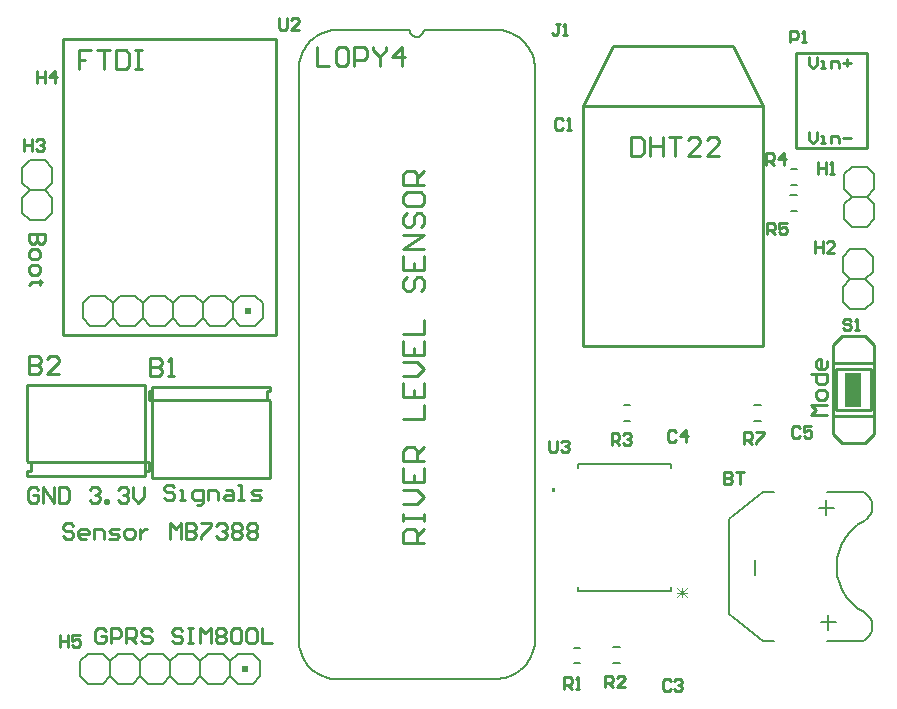
<source format=gto>
%FSTAX25Y25*%
%MOIN*%
%SFA1B1*%

%IPPOS*%
%ADD10C,0.007870*%
%ADD11C,0.005000*%
%ADD12C,0.010000*%
%ADD13C,0.006000*%
%ADD14C,0.005910*%
%ADD15C,0.003000*%
%ADD16R,0.020000X0.020000*%
%ADD17R,0.055120X0.116140*%
%LNriver_level_sensor_datalogger-1*%
%LPD*%
G36*
X018055Y006985D02*
X017955D01*
Y007135*
X018055*
Y006985*
G37*
G54D10*
X009533Y0020506D02*
X0095375Y0019499D01*
X0095497Y0018497*
X0095697Y0017508*
X0095971Y0016538*
X009632Y0015592*
X0096741Y0014675*
X0097232Y0013793*
X0097789Y0012952*
X0098409Y0012157*
X0099088Y0011411*
X0099823Y0010721*
X0100609Y0010088*
X0101442Y0009519*
X0102316Y0009015*
X0103226Y000858*
X0104167Y0008217*
X0105133Y0007927*
X0106119Y0007713*
X0107118Y0007576*
X0108125Y0007515*
X0161077Y0007749D02*
X0162053Y0007791D01*
X0163024Y0007906*
X0163984Y0008094*
X0164926Y0008352*
X0165847Y0008681*
X0166741Y0009077*
X0167603Y0009539*
X0168427Y0010064*
X016921Y0010649*
X0169948Y0011292*
X0170635Y0011987*
X0171268Y0012732*
X0171844Y0013522*
X0172359Y0014353*
X017281Y001522*
X0173196Y0016118*
X0173513Y0017043*
X017376Y0017989*
X0173936Y0018951*
X0174039Y0019923*
X017407Y00209*
X0132297Y0224061D02*
X0132544Y0223029D01*
X0133211Y0222204*
X0134169Y0221747*
X0135231*
X0136189Y0222204*
X0136856Y0223029*
X0137103Y0224061*
X0108322Y022405D02*
X0107302Y0224002D01*
X0106289Y0223874*
X0105288Y0223669*
X0104307Y0223385*
X0103351Y0223026*
X0102426Y0222593*
X0101538Y0222089*
X0100691Y0221518*
X0099892Y0220882*
X0099145Y0220186*
X0098454Y0219433*
X0097825Y0218629*
X009726Y0217778*
X0096763Y0216886*
X0096338Y0215958*
X0095986Y0214999*
X009571Y0214016*
X0095512Y0213014*
X0095392Y0212*
X0095352Y0210979*
X0174016Y0211325D02*
X0173952Y0212325D01*
X017381Y0213318*
X0173593Y0214297*
X0173302Y0215256*
X0172937Y021619*
X0172503Y0217094*
X0172Y0217962*
X0171432Y0218788*
X0170803Y0219568*
X0170115Y0220299*
X0169374Y0220974*
X0168583Y022159*
X0167747Y0222144*
X0166872Y0222632*
X0165961Y0223052*
X0165021Y02234*
X0164057Y0223676*
X0163074Y0223877*
X016208Y0224001*
X0161078Y022405*
X009533Y0019719D02*
Y0211451D01*
X0107928Y0007672D02*
X0161472D01*
X017407Y0019193D02*
Y0211451D01*
X0107928Y0224089D02*
X0132338D01*
X0137062D02*
X0161488D01*
G54D11*
X0283216Y0060097D02*
X0284085Y0060544D01*
X0284858Y0061142*
X028551Y006187*
X0286019Y0062704*
X0286369Y0063617*
X0286546Y0064579*
Y0065556*
X0286369Y0066517*
X0286019Y006743*
X028551Y0068265*
X0284858Y0068993*
X0284085Y0069591*
X0283216Y0070038*
Y0060097D02*
X0282361Y0059569D01*
X0281537Y0058993*
X0280749Y005837*
X0279998Y0057702*
X0279288Y0056991*
X027862Y005624*
X0277997Y0055452*
X027742Y0054629*
X0276893Y0053774*
X0276416Y0052889*
X0275991Y0051978*
X027562Y0051045*
X0275304Y0050091*
X0275044Y004912*
X0274841Y0048136*
X0274695Y0047142*
X0274607Y0046141*
X0274578Y0045136*
X0274607Y0044132*
X0274695Y0043131*
X0274841Y0042136*
X0275044Y0041152*
X0275304Y0040182*
X027562Y0039228*
X0275991Y0038294*
X0276416Y0037383*
X0276893Y0036499*
X027742Y0035644*
X0277996Y003482*
X027862Y0034032*
X0279288Y0033281*
X0279998Y0032571*
X0280749Y0031903*
X0281537Y003128*
X028236Y0030703*
X0283216Y0030176*
Y0020235D02*
X0284085Y0020682D01*
X0284858Y002128*
X028551Y0022008*
X0286019Y0022842*
X0286369Y0023755*
X0286546Y0024716*
Y0025694*
X0286369Y0026655*
X0286019Y0027568*
X028551Y0028403*
X0284858Y0029131*
X0284085Y0029728*
X0283216Y0030176*
X0271543Y0070038D02*
X0283216D01*
X0271543Y0020235D02*
X0283216D01*
X0250165D02*
X0253787D01*
X0238767Y0029388D02*
X0250165Y0020235D01*
X0238767Y0029388D02*
Y0060884D01*
X0250165Y0070038*
X0253787*
X026859Y0064821D02*
X027359D01*
X027109Y0062321D02*
Y0067321D01*
X0269377Y0026514D02*
X0274377D01*
X0271877Y0024014D02*
Y0029014D01*
X0247409Y0042439D02*
Y0047439D01*
G54D12*
X0085795Y0103601D02*
Y0105077D01*
X0084613Y0103601D02*
X0085795D01*
X0085705Y0100352D02*
X0085795Y0074805D01*
X0045243Y010055D02*
X0046306D01*
X0045243D02*
Y0103435D01*
X0045342Y0103502D02*
X0046129D01*
X0046424Y0105077D02*
X0085795D01*
X0046424Y0074805D02*
X0085795D01*
X0046424D02*
Y0105077D01*
Y010055D02*
X0084613D01*
Y0103601*
X0046424Y010055D02*
X0084613D01*
X0085508*
X0085705Y0100352*
X0004791Y0075451D02*
Y0076928D01*
X0005972*
X0004791Y0105723D02*
X000488Y0080176D01*
X0044279Y0079979D02*
X0045342D01*
Y0077093D02*
Y0079979D01*
X0044456Y0077026D02*
X0045243D01*
X0004791Y0075451D02*
X0044161D01*
X0004791Y0105723D02*
X0044161D01*
Y0075451D02*
Y0105723D01*
X0005972Y0079979D02*
X0044161D01*
X0005972Y0076928D02*
Y0079979D01*
X0044161*
X0005077D02*
X0005972D01*
X000488Y0080176D02*
X0005077Y0079979D01*
X0016798Y0220924D02*
X0087665D01*
Y0122498D02*
Y0220924D01*
X0016798Y0122498D02*
X0087665D01*
X0016798D02*
Y0220924D01*
X024Y02188D02*
X025Y01988D01*
X02Y02188D02*
X024D01*
X019Y01988D02*
X02Y02188D01*
X019Y01988D02*
X025D01*
Y01188D02*
Y01988D01*
X019Y01188D02*
Y01988D01*
Y01188D02*
X022D01*
X025*
X028481Y0184801D02*
Y0216298D01*
X0261188D02*
X028481D01*
X0261188Y0184801D02*
X028481D01*
X0261188D02*
Y0216298D01*
X0276263Y0121853D02*
X0284137D01*
X027331Y0095278D02*
Y0115947D01*
X0276263Y008642D02*
X0284137D01*
X028709Y0089372D02*
Y01189D01*
X027331Y0112995D02*
X028709D01*
X027331Y0095278D02*
X028709D01*
X0274491Y0111026D02*
X0285909D01*
X0274491Y0097246D02*
X0285909D01*
X0274491D02*
Y0111026D01*
X0285909Y0097246D02*
Y0111026D01*
X027331Y0089372D02*
X0276263Y008642D01*
X0284137D02*
X028709Y0089372D01*
X0284137Y0121853D02*
X028709Y01189D01*
X027331D02*
X0276263Y0121853D01*
X027331Y0112995D02*
Y01189D01*
Y0089372D02*
Y0095278D01*
X0053871Y0071546D02*
X0053018Y0072398D01*
X0051313*
X005046Y0071546*
Y0070693*
X0051313Y006984*
X0053018*
X0053871Y0068987*
Y0068135*
X0053018Y0067282*
X0051313*
X005046Y0068135*
X0055576Y0067282D02*
X0057282D01*
X0056429*
Y0070693*
X0055576*
X0061545Y0065576D02*
X0062398D01*
X0063251Y0066429*
Y0070693*
X0060693*
X005984Y006984*
Y0068135*
X0060693Y0067282*
X0063251*
X0064956D02*
Y0070693D01*
X0067515*
X0068367Y006984*
Y0067282*
X0070926Y0070693D02*
X0072631D01*
X0073484Y006984*
Y0067282*
X0070926*
X0070073Y0068135*
X0070926Y0068987*
X0073484*
X0075189Y0067282D02*
X0076895D01*
X0076042*
Y0072398*
X0075189*
X0079453Y0067282D02*
X0082011D01*
X0082864Y0068135*
X0082011Y0068987*
X0080306*
X0079453Y006984*
X0080306Y0070693*
X0082864*
X0008497Y0070758D02*
X0007644Y0071611D01*
X0005939*
X0005086Y0070758*
Y0067347*
X0005939Y0066495*
X0007644*
X0008497Y0067347*
Y0069053*
X0006791*
X0010202Y0066495D02*
Y0071611D01*
X0013613Y0066495*
Y0071611*
X0015319D02*
Y0066495D01*
X0017877*
X001873Y0067347*
Y0070758*
X0017877Y0071611*
X0015319*
X0025657Y0070758D02*
X0026509Y0071611D01*
X0028215*
X0029068Y0070758*
Y0069906*
X0028215Y0069053*
X0027362*
X0028215*
X0029068Y00682*
Y0067347*
X0028215Y0066495*
X0026509*
X0025657Y0067347*
X0030773Y0066495D02*
Y0067347D01*
X0031626*
Y0066495*
X0030773*
X0035037Y0070758D02*
X003589Y0071611D01*
X0037595*
X0038448Y0070758*
Y0069906*
X0037595Y0069053*
X0036742*
X0037595*
X0038448Y00682*
Y0067347*
X0037595Y0066495*
X003589*
X0035037Y0067347*
X0040153Y0071611D02*
Y00682D01*
X0041859Y0066495*
X0043564Y00682*
Y0071611*
X0137172Y0053109D02*
X0130088D01*
Y0056651*
X0131269Y0057832*
X013363*
X0134811Y0056651*
Y0053109*
Y005547D02*
X0137172Y0057832D01*
X0130088Y0060193D02*
Y0062554D01*
Y0061374*
X0137172*
Y0060193*
Y0062554*
X0130088Y0066097D02*
X0134811D01*
X0137172Y0068458*
X0134811Y0070819*
X0130088*
Y0077904D02*
Y0073181D01*
X0137172*
Y0077904*
X013363Y0073181D02*
Y0075542D01*
X0137172Y0080265D02*
X0130088D01*
Y0083807*
X0131269Y0084988*
X013363*
X0134811Y0083807*
Y0080265*
Y0082627D02*
X0137172Y0084988D01*
X0130088Y0094434D02*
X0137172D01*
Y0099157*
X0130088Y0106241D02*
Y0101518D01*
X0137172*
Y0106241*
X013363Y0101518D02*
Y010388D01*
X0130088Y0108602D02*
X0134811D01*
X0137172Y0110964*
X0134811Y0113325*
X0130088*
Y012041D02*
Y0115687D01*
X0137172*
Y012041*
X013363Y0115687D02*
Y0118048D01*
X0130088Y0122771D02*
X0137172D01*
Y0127494*
X0131269Y0141663D02*
X0130088Y0140482D01*
Y013812*
X0131269Y013694*
X013245*
X013363Y013812*
Y0140482*
X0134811Y0141663*
X0135992*
X0137172Y0140482*
Y013812*
X0135992Y013694*
X0130088Y0148747D02*
Y0144024D01*
X0137172*
Y0148747*
X013363Y0144024D02*
Y0146386D01*
X0137172Y0151108D02*
X0130088D01*
X0137172Y0155831*
X0130088*
X0131269Y0162916D02*
X0130088Y0161735D01*
Y0159373*
X0131269Y0158193*
X013245*
X013363Y0159373*
Y0161735*
X0134811Y0162916*
X0135992*
X0137172Y0161735*
Y0159373*
X0135992Y0158193*
X0130088Y0168819D02*
Y0166458D01*
X0131269Y0165277*
X0135992*
X0137172Y0166458*
Y0168819*
X0135992Y017*
X0131269*
X0130088Y0168819*
X0137172Y0172361D02*
X0130088D01*
Y0175903*
X0131269Y0177084*
X013363*
X0134811Y0175903*
Y0172361*
Y0174723D02*
X0137172Y0177084D01*
X0020111Y0058652D02*
X0019258Y0059505D01*
X0017553*
X00167Y0058652*
Y0057799*
X0017553Y0056946*
X0019258*
X0020111Y0056094*
Y0055241*
X0019258Y0054388*
X0017553*
X00167Y0055241*
X0024375Y0054388D02*
X0022669D01*
X0021816Y0055241*
Y0056946*
X0022669Y0057799*
X0024375*
X0025227Y0056946*
Y0056094*
X0021816*
X0026933Y0054388D02*
Y0057799D01*
X0029491*
X0030344Y0056946*
Y0054388*
X0032049D02*
X0034608D01*
X003546Y0055241*
X0034608Y0056094*
X0032902*
X0032049Y0056946*
X0032902Y0057799*
X003546*
X0038019Y0054388D02*
X0039724D01*
X0040577Y0055241*
Y0056946*
X0039724Y0057799*
X0038019*
X0037166Y0056946*
Y0055241*
X0038019Y0054388*
X0042282Y0057799D02*
Y0054388D01*
Y0056094*
X0043135Y0056946*
X0043988Y0057799*
X004484*
X0052515Y0054388D02*
Y0059505D01*
X0054221Y0057799*
X0055926Y0059505*
Y0054388*
X0057632Y0059505D02*
Y0054388D01*
X006019*
X0061043Y0055241*
Y0056094*
X006019Y0056946*
X0057632*
X006019*
X0061043Y0057799*
Y0058652*
X006019Y0059505*
X0057632*
X0062748D02*
X0066159D01*
Y0058652*
X0062748Y0055241*
Y0054388*
X0067865Y0058652D02*
X0068717Y0059505D01*
X0070423*
X0071276Y0058652*
Y0057799*
X0070423Y0056946*
X006957*
X0070423*
X0071276Y0056094*
Y0055241*
X0070423Y0054388*
X0068717*
X0067865Y0055241*
X0072981Y0058652D02*
X0073834Y0059505D01*
X0075539*
X0076392Y0058652*
Y0057799*
X0075539Y0056946*
X0076392Y0056094*
Y0055241*
X0075539Y0054388*
X0073834*
X0072981Y0055241*
Y0056094*
X0073834Y0056946*
X0072981Y0057799*
Y0058652*
X0073834Y0056946D02*
X0075539D01*
X0078097Y0058652D02*
X007895Y0059505D01*
X0080656*
X0081508Y0058652*
Y0057799*
X0080656Y0056946*
X0081508Y0056094*
Y0055241*
X0080656Y0054388*
X007895*
X0078097Y0055241*
Y0056094*
X007895Y0056946*
X0078097Y0057799*
Y0058652*
X007895Y0056946D02*
X0080656D01*
X0030938Y0023809D02*
X0030085Y0024662D01*
X0028379*
X0027527Y0023809*
Y0020398*
X0028379Y0019546*
X0030085*
X0030938Y0020398*
Y0022104*
X0029232*
X0032643Y0019546D02*
Y0024662D01*
X0035201*
X0036054Y0023809*
Y0022104*
X0035201Y0021251*
X0032643*
X003776Y0019546D02*
Y0024662D01*
X0040318*
X0041171Y0023809*
Y0022104*
X0040318Y0021251*
X003776*
X0039465D02*
X0041171Y0019546D01*
X0046287Y0023809D02*
X0045434Y0024662D01*
X0043729*
X0042876Y0023809*
Y0022957*
X0043729Y0022104*
X0045434*
X0046287Y0021251*
Y0020398*
X0045434Y0019546*
X0043729*
X0042876Y0020398*
X005652Y0023809D02*
X0055667Y0024662D01*
X0053962*
X0053109Y0023809*
Y0022957*
X0053962Y0022104*
X0055667*
X005652Y0021251*
Y0020398*
X0055667Y0019546*
X0053962*
X0053109Y0020398*
X0058226Y0024662D02*
X0059931D01*
X0059078*
Y0019546*
X0058226*
X0059931*
X0062489D02*
Y0024662D01*
X0064195Y0022957*
X00659Y0024662*
Y0019546*
X0067606Y0023809D02*
X0068458Y0024662D01*
X0070164*
X0071017Y0023809*
Y0022957*
X0070164Y0022104*
X0071017Y0021251*
Y0020398*
X0070164Y0019546*
X0068458*
X0067606Y0020398*
Y0021251*
X0068458Y0022104*
X0067606Y0022957*
Y0023809*
X0068458Y0022104D02*
X0070164D01*
X0072722Y0023809D02*
X0073575Y0024662D01*
X007528*
X0076133Y0023809*
Y0020398*
X007528Y0019546*
X0073575*
X0072722Y0020398*
Y0023809*
X0077839D02*
X0078691Y0024662D01*
X0080397*
X008125Y0023809*
Y0020398*
X0080397Y0019546*
X0078691*
X0077839Y0020398*
Y0023809*
X0082955Y0024662D02*
Y0019546D01*
X0086366*
X0206065Y0188343D02*
Y0182046D01*
X0209213*
X0210263Y0183095*
Y0187293*
X0209213Y0188343*
X0206065*
X0212362D02*
Y0182046D01*
Y0185194*
X021656*
Y0188343*
Y0182046*
X0218659Y0188343D02*
X0222857D01*
X0220758*
Y0182046*
X0229154D02*
X0224956D01*
X0229154Y0186244*
Y0187293*
X0228105Y0188343*
X0226006*
X0224956Y0187293*
X0235451Y0182046D02*
X0231253D01*
X0235451Y0186244*
Y0187293*
X0234402Y0188343*
X0232303*
X0231253Y0187293*
X0101282Y0218288D02*
Y0211991D01*
X010548*
X0110728Y0218288D02*
X0108629D01*
X0107579Y0217239*
Y0213041*
X0108629Y0211991*
X0110728*
X0111777Y0213041*
Y0217239*
X0110728Y0218288*
X0113876Y0211991D02*
Y0218288D01*
X0117025*
X0118074Y0217239*
Y021514*
X0117025Y021409*
X0113876*
X0120173Y0218288D02*
Y0217239D01*
X0122273Y021514*
X0124372Y0217239*
Y0218288*
X0122273Y021514D02*
Y0211991D01*
X0129619D02*
Y0218288D01*
X0126471Y021514*
X0130669*
X0026108Y0217206D02*
X002191D01*
Y0214057*
X0024009*
X002191*
Y0210909*
X0028207Y0217206D02*
X0032405D01*
X0030306*
Y0210909*
X0034504Y0217206D02*
Y0210909D01*
X0037652*
X0038702Y0211958*
Y0216156*
X0037652Y0217206*
X0034504*
X0040801D02*
X00429D01*
X0041851*
Y0210909*
X0040801*
X00429*
X0271228Y0095628D02*
X0266111D01*
X0267817Y0097334*
X0266111Y0099039*
X0271228*
Y0101598D02*
Y0103303D01*
X0270375Y0104156*
X0268669*
X0267817Y0103303*
Y0101598*
X0268669Y0100745*
X0270375*
X0271228Y0101598*
X0266111Y0109272D02*
X0271228D01*
Y0106714*
X0270375Y0105861*
X0268669*
X0267817Y0106714*
Y0109272*
X0271228Y0113536D02*
Y011183D01*
X0270375Y0110978*
X0268669*
X0267817Y011183*
Y0113536*
X0268669Y0114389*
X0269522*
Y0110978*
X0265519Y0190115D02*
Y0187491D01*
X0266831Y0186179*
X0268143Y0187491*
Y0190115*
X0269455Y0186179D02*
X0270767D01*
X0270111*
Y0188803*
X0269455*
X0272734Y0186179D02*
Y0188803D01*
X0274702*
X0275358Y0188147*
Y0186179*
X027667Y0188147D02*
X0279294D01*
X0265519Y0215115D02*
Y0212491D01*
X0266831Y0211179*
X0268143Y0212491*
Y0215115*
X0269455Y0211179D02*
X0270767D01*
X0270111*
Y0213803*
X0269455*
X0272734Y0211179D02*
Y0213803D01*
X0274702*
X0275358Y0213147*
Y0211179*
X027667Y0213147D02*
X0279294D01*
X0277982Y0214459D02*
Y0211836D01*
X0010596Y0156061D02*
X000548D01*
Y0153503*
X0006332Y015265*
X0007185*
X0008038Y0153503*
Y0156061*
Y0153503*
X000889Y015265*
X0009743*
X0010596Y0153503*
Y0156061*
X000548Y0150092D02*
Y0148387D01*
X0006332Y0147534*
X0008038*
X000889Y0148387*
Y0150092*
X0008038Y0150945*
X0006332*
X000548Y0150092*
Y0144976D02*
Y014327D01*
X0006332Y0142418*
X0008038*
X000889Y014327*
Y0144976*
X0008038Y0145828*
X0006332*
X000548Y0144976*
X0009743Y0139859D02*
X000889D01*
Y0140712*
Y0139006*
Y0139859*
X0006332*
X000548Y0139006*
X0005275Y0115245D02*
Y0109247D01*
X0008274*
X0009273Y0110247*
Y0111247*
X0008274Y0112246*
X0005275*
X0008274*
X0009273Y0113246*
Y0114246*
X0008274Y0115245*
X0005275*
X0015272Y0109247D02*
X0011273D01*
X0015272Y0113246*
Y0114246*
X0014272Y0115245*
X0012273*
X0011273Y0114246*
X0045748Y0114527D02*
Y0108529D01*
X0048747*
X0049747Y0109529*
Y0110529*
X0048747Y0111528*
X0045748*
X0048747*
X0049747Y0112528*
Y0113528*
X0048747Y0114527*
X0045748*
X0051746Y0108529D02*
X0053745D01*
X0052746*
Y0114527*
X0051746Y0113528*
X0015814Y0022202D02*
Y0018266D01*
Y0020234*
X0018438*
Y0022202*
Y0018266*
X0022374Y0022202D02*
X001975D01*
Y0020234*
X0021062Y002089*
X0021718*
X0022374Y0020234*
Y0018922*
X0021718Y0018266*
X0020406*
X001975Y0018922*
X00038Y0187736D02*
Y01838D01*
Y0185768*
X0006424*
Y0187736*
Y01838*
X0007736Y018708D02*
X0008392Y0187736D01*
X0009704*
X001036Y018708*
Y0186424*
X0009704Y0185768*
X0009048*
X0009704*
X001036Y0185112*
Y0184456*
X0009704Y01838*
X0008392*
X0007736Y0184456*
X0279462Y0127156D02*
X0278806Y0127812D01*
X0277494*
X0276838Y0127156*
Y01265*
X0277494Y0125844*
X0278806*
X0279462Y0125188*
Y0124532*
X0278806Y0123876*
X0277494*
X0276838Y0124532*
X0280773Y0123876D02*
X0282085D01*
X028143*
Y0127812*
X0280773Y0127156*
X0243767Y0085983D02*
Y0089918D01*
X0245735*
X0246391Y0089262*
Y008795*
X0245735Y0087295*
X0243767*
X0245079D02*
X0246391Y0085983D01*
X0247703Y0089918D02*
X0250326D01*
Y0089262*
X0247703Y0086639*
Y0085983*
X0237172Y0076533D02*
Y0072597D01*
X023914*
X0239796Y0073253*
Y0073909*
X023914Y0074565*
X0237172*
X023914*
X0239796Y0075221*
Y0075877*
X023914Y0076533*
X0237172*
X0241108D02*
X0243732D01*
X024242*
Y0072597*
X0178806Y0087163D02*
Y0083883D01*
X0179462Y0083227*
X0180774*
X018143Y0083883*
Y0087163*
X0182742Y0086507D02*
X0183398Y0087163D01*
X018471*
X0185366Y0086507*
Y0085851*
X018471Y0085195*
X0184054*
X018471*
X0185366Y0084539*
Y0083883*
X018471Y0083227*
X0183398*
X0182742Y0083883*
X0221095Y0089951D02*
X022044Y0090607D01*
X0219128*
X0218472Y0089951*
Y0087328*
X0219128Y0086672*
X022044*
X0221095Y0087328*
X0224375Y0086672D02*
Y0090607D01*
X0222407Y0088639*
X0225031*
X0219225Y0007077D02*
X0218569Y0007733D01*
X0217257*
X0216602Y0007077*
Y0004454*
X0217257Y0003798*
X0218569*
X0219225Y0004454*
X0220537Y0007077D02*
X0221193Y0007733D01*
X0222505*
X0223161Y0007077*
Y0006421*
X0222505Y0005765*
X0221849*
X0222505*
X0223161Y000511*
Y0004454*
X0222505Y0003798*
X0221193*
X0220537Y0004454*
X0183497Y0194085D02*
X0182841Y0194741D01*
X0181529*
X0180873Y0194085*
Y0191462*
X0181529Y0190805*
X0182841*
X0183497Y0191462*
X0184809Y0190805D02*
X0186121D01*
X0185465*
Y0194741*
X0184809Y0194085*
X0251542Y0155865D02*
Y01598D01*
X025351*
X0254166Y0159144*
Y0157832*
X025351Y0157176*
X0251542*
X0252854D02*
X0254166Y0155865D01*
X0258102Y01598D02*
X0255478D01*
Y0157832*
X025679Y0158488*
X0257446*
X0258102Y0157832*
Y015652*
X0257446Y0155865*
X0256134*
X0255478Y015652*
X0251149Y0179093D02*
Y0183029D01*
X0253117*
X0253773Y0182373*
Y0181061*
X0253117Y0180405*
X0251149*
X0252461D02*
X0253773Y0179093D01*
X0257052D02*
Y0183029D01*
X0255085Y0181061*
X0257708*
X0199574Y0085786D02*
Y0089722D01*
X0201542*
X0202198Y0089066*
Y0087754*
X0201542Y0087098*
X0199574*
X0200886D02*
X0202198Y0085786D01*
X020351Y0089066D02*
X0204166Y0089722D01*
X0205478*
X0206134Y0089066*
Y008841*
X0205478Y0087754*
X0204822*
X0205478*
X0206134Y0087098*
Y0086442*
X0205478Y0085786*
X0204166*
X020351Y0086442*
X0197409Y000488D02*
Y0008816D01*
X0199376*
X0200032Y000816*
Y0006848*
X0199376Y0006192*
X0197409*
X0198721D02*
X0200032Y000488D01*
X0203968D02*
X0201344D01*
X0203968Y0007504*
Y000816*
X0203312Y0008816*
X0202*
X0201344Y000816*
X0183629Y0004487D02*
Y0008422D01*
X0185597*
X0186253Y0007766*
Y0006454*
X0185597Y0005799*
X0183629*
X0184941D02*
X0186253Y0004487D01*
X0187565D02*
X0188877D01*
X0188221*
Y0008422*
X0187565Y0007766*
X0259023Y0219841D02*
Y0223777D01*
X0260991*
X0261647Y0223121*
Y0221809*
X0260991Y0221153*
X0259023*
X0262959Y0219841D02*
X026427D01*
X0263615*
Y0223777*
X0262959Y0223121*
X0088846Y022791D02*
Y0224631D01*
X0089502Y0223975*
X0090813*
X009147Y0224631*
Y022791*
X0095405Y0223975D02*
X0092781D01*
X0095405Y0226599*
Y0227255*
X0094749Y022791*
X0093437*
X0092781Y0227255*
X0182218Y0226139D02*
X0180906D01*
X0181562*
Y0222859*
X0180906Y0222203*
X018025*
X0179594Y0222859*
X0183529Y0222203D02*
X0184841D01*
X0184185*
Y0226139*
X0183529Y0225483*
X0262277Y0091333D02*
X0261621Y0091989D01*
X0260309*
X0259653Y0091333*
Y0088709*
X0260309Y0088054*
X0261621*
X0262277Y0088709*
X0266212Y0091989D02*
X0263589D01*
Y0090021*
X02649Y0090677*
X0265556*
X0266212Y0090021*
Y0088709*
X0265556Y0088054*
X0264245*
X0263589Y0088709*
X0268472Y0179879D02*
Y0175943D01*
Y0177911*
X0271095*
Y0179879*
Y0175943*
X0272407D02*
X0273719D01*
X0273063*
Y0179879*
X0272407Y0179223*
X026729Y01536D02*
Y0149664D01*
Y0151632*
X0269914*
Y01536*
Y0149664*
X027385D02*
X0271226D01*
X027385Y0152288*
Y0152944*
X0273194Y01536*
X0271882*
X0271226Y0152944*
X0008137Y0210292D02*
Y0206357D01*
Y0208325*
X0010761*
Y0210292*
Y0206357*
X0014041D02*
Y0210292D01*
X0012073Y0208325*
X0014697*
G54D13*
X0055795Y0135372D02*
X0060795D01*
X0063295Y0132872*
Y0127872D02*
Y0132872D01*
X0060795Y0125372D02*
X0063295Y0127872D01*
X0043295Y0132872D02*
X0045794Y0135372D01*
X0050795*
X0053294Y0132872*
Y0127872D02*
Y0132872D01*
X0050795Y0125372D02*
X0053294Y0127872D01*
X0045794Y0125372D02*
X0050795D01*
X0043295Y0127872D02*
X0045794Y0125372D01*
X0053294Y0132872D02*
X0055795Y0135372D01*
X0053294Y0127872D02*
X0055795Y0125372D01*
X0060795*
X0025795Y0135372D02*
X0030795D01*
X0033294Y0132872*
Y0127872D02*
Y0132872D01*
X0030795Y0125372D02*
X0033294Y0127872D01*
Y0132872D02*
X0035794Y0135372D01*
X0040795*
X0043295Y0132872*
Y0127872D02*
Y0132872D01*
X0040795Y0125372D02*
X0043295Y0127872D01*
X0035794Y0125372D02*
X0040795D01*
X0033294Y0127872D02*
X0035794Y0125372D01*
X0023294Y0127872D02*
Y0132872D01*
X0025795Y0135372*
X0023294Y0127872D02*
X0025795Y0125372D01*
X0030795*
X0053294Y0127872D02*
X0055795Y0125372D01*
X0060795*
X0063295Y0127872*
Y0132872*
X0060795Y0135372D02*
X0063295Y0132872D01*
X0055795Y0135372D02*
X0060795D01*
X0053294Y0132872D02*
X0055795Y0135372D01*
X0053294Y0127872D02*
Y0132872D01*
X0075795Y0125372D02*
X0080795D01*
X0073295Y0127872D02*
X0075795Y0125372D01*
X0073295Y0132872D02*
X0075795Y0135372D01*
X0063295Y0127872D02*
X0065794Y0125372D01*
X0070794*
X0073295Y0127872*
Y0132872*
X0070794Y0135372D02*
X0073295Y0132872D01*
X0065794Y0135372D02*
X0070794D01*
X0063295Y0132872D02*
X0065794Y0135372D01*
X0080795Y0125372D02*
X0083294Y0127872D01*
Y0132872*
X0080795Y0135372D02*
X0083294Y0132872D01*
X0075795Y0135372D02*
X0080795D01*
X02767Y01334D02*
Y01384D01*
X02792Y01409*
X02842*
X02867Y01384*
X02767Y01434D02*
X02792Y01409D01*
X02767Y01434D02*
Y01484D01*
X02792Y01509*
X02842*
X02867Y01484*
Y01434D02*
Y01484D01*
X02842Y01409D02*
X02867Y01434D01*
X02792Y01309D02*
X02842D01*
X02767Y01334D02*
X02792Y01309D01*
X02842D02*
X02867Y01334D01*
Y01384*
X02872Y01709D02*
Y01759D01*
X02847Y01684D02*
X02872Y01709D01*
X02797Y01684D02*
X02847D01*
X02772Y01709D02*
X02797Y01684D01*
X02847D02*
X02872Y01659D01*
Y01609D02*
Y01659D01*
X02847Y01584D02*
X02872Y01609D01*
X02797Y01584D02*
X02847D01*
X02772Y01609D02*
X02797Y01584D01*
X02772Y01609D02*
Y01659D01*
X02797Y01684*
Y01784D02*
X02847D01*
X02872Y01759*
X02772D02*
X02797Y01784D01*
X02772Y01709D02*
Y01759D01*
X021935Y007796D02*
Y007925D01*
Y003695D02*
Y003824D01*
X018845Y003695D02*
X021935D01*
X018845Y007796D02*
Y007925D01*
X021935*
X018845Y003695D02*
Y003824D01*
X0003137Y017305D02*
Y017805D01*
X0005637Y018055*
X0010637D02*
X0013137Y017805D01*
X0005637Y018055D02*
X0010637D01*
X0003137Y016805D02*
X0005637Y017055D01*
X0003137Y016305D02*
Y016805D01*
Y016305D02*
X0005637Y016055D01*
X0010637*
X0013137Y016305*
Y016805*
X0010637Y017055D02*
X0013137Y016805D01*
X0003137Y017305D02*
X0005637Y017055D01*
X0010637*
X0013137Y017305*
Y017805*
X0054909Y0016081D02*
X0059909D01*
X0062409Y0013581*
Y0008581D02*
Y0013581D01*
X0059909Y0006081D02*
X0062409Y0008581D01*
X0042409Y0013581D02*
X0044909Y0016081D01*
X0049909*
X0052409Y0013581*
Y0008581D02*
Y0013581D01*
X0049909Y0006081D02*
X0052409Y0008581D01*
X0044909Y0006081D02*
X0049909D01*
X0042409Y0008581D02*
X0044909Y0006081D01*
X0052409Y0013581D02*
X0054909Y0016081D01*
X0052409Y0008581D02*
X0054909Y0006081D01*
X0059909*
X0024909Y0016081D02*
X0029909D01*
X0032409Y0013581*
Y0008581D02*
Y0013581D01*
X0029909Y0006081D02*
X0032409Y0008581D01*
Y0013581D02*
X0034909Y0016081D01*
X0039909*
X0042409Y0013581*
Y0008581D02*
Y0013581D01*
X0039909Y0006081D02*
X0042409Y0008581D01*
X0034909Y0006081D02*
X0039909D01*
X0032409Y0008581D02*
X0034909Y0006081D01*
X0022409Y0008581D02*
Y0013581D01*
X0024909Y0016081*
X0022409Y0008581D02*
X0024909Y0006081D01*
X0029909*
X0052409Y0008581D02*
X0054909Y0006081D01*
X0059909*
X0062409Y0008581*
Y0013581*
X0059909Y0016081D02*
X0062409Y0013581D01*
X0054909Y0016081D02*
X0059909D01*
X0052409Y0013581D02*
X0054909Y0016081D01*
X0052409Y0008581D02*
Y0013581D01*
X0074909Y0006081D02*
X0079909D01*
X0072409Y0008581D02*
X0074909Y0006081D01*
X0072409Y0013581D02*
X0074909Y0016081D01*
X0062409Y0008581D02*
X0064909Y0006081D01*
X0069909*
X0072409Y0008581*
Y0013581*
X0069909Y0016081D02*
X0072409Y0013581D01*
X0064909Y0016081D02*
X0069909D01*
X0062409Y0013581D02*
X0064909Y0016081D01*
X0079909Y0006081D02*
X0082409Y0008581D01*
Y0013581*
X0079909Y0016081D02*
X0082409Y0013581D01*
X0074909Y0016081D02*
X0079909D01*
G54D14*
X0186919Y0018157D02*
X0189183D01*
X0187017Y0012843D02*
X0189183D01*
X0200117Y0013143D02*
X0202381D01*
X0200117Y0018457D02*
X0202283D01*
X0203617Y0093743D02*
X0205881D01*
X0203617Y0099057D02*
X0205783D01*
X0259217Y0172243D02*
X0261481D01*
X0259217Y0177557D02*
X0261383D01*
X0259119Y0168957D02*
X0261383D01*
X0259217Y0163643D02*
X0261383D01*
X0247117Y0099058D02*
X0249283D01*
X0247117Y0093743D02*
X0249381D01*
G54D15*
X02248Y0034835D02*
X0221468Y0038167D01*
X02248D02*
X0221468Y0034835D01*
X02248Y0036501D02*
X0221468D01*
X0223134Y0038167D02*
Y0034835D01*
G54D16*
X0078294Y0130372D03*
X0077409Y0011081D03*
G54D17*
X02802Y0104038D03*
M02*
</source>
